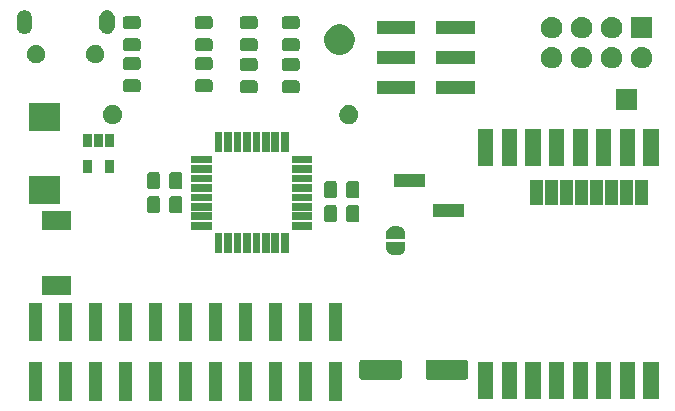
<source format=gts>
G04 #@! TF.GenerationSoftware,KiCad,Pcbnew,5.1.6-c6e7f7d~87~ubuntu18.04.1*
G04 #@! TF.CreationDate,2020-07-15T21:40:22+02:00*
G04 #@! TF.ProjectId,Mini-BT-Pcb-328P,4d696e69-2d42-4542-9d50-63622d333238,2.0*
G04 #@! TF.SameCoordinates,Original*
G04 #@! TF.FileFunction,Soldermask,Top*
G04 #@! TF.FilePolarity,Negative*
%FSLAX46Y46*%
G04 Gerber Fmt 4.6, Leading zero omitted, Abs format (unit mm)*
G04 Created by KiCad (PCBNEW 5.1.6-c6e7f7d~87~ubuntu18.04.1) date 2020-07-15 21:40:22*
%MOMM*%
%LPD*%
G01*
G04 APERTURE LIST*
%ADD10C,0.100000*%
G04 APERTURE END LIST*
D10*
G36*
X159807000Y-106765000D02*
G01*
X158709000Y-106765000D01*
X158709000Y-103517000D01*
X159807000Y-103517000D01*
X159807000Y-106765000D01*
G37*
G36*
X157267000Y-106765000D02*
G01*
X156169000Y-106765000D01*
X156169000Y-103517000D01*
X157267000Y-103517000D01*
X157267000Y-106765000D01*
G37*
G36*
X154727000Y-106765000D02*
G01*
X153629000Y-106765000D01*
X153629000Y-103517000D01*
X154727000Y-103517000D01*
X154727000Y-106765000D01*
G37*
G36*
X152187000Y-106765000D02*
G01*
X151089000Y-106765000D01*
X151089000Y-103517000D01*
X152187000Y-103517000D01*
X152187000Y-106765000D01*
G37*
G36*
X149647000Y-106765000D02*
G01*
X148549000Y-106765000D01*
X148549000Y-103517000D01*
X149647000Y-103517000D01*
X149647000Y-106765000D01*
G37*
G36*
X147107000Y-106765000D02*
G01*
X146009000Y-106765000D01*
X146009000Y-103517000D01*
X147107000Y-103517000D01*
X147107000Y-106765000D01*
G37*
G36*
X142027000Y-106765000D02*
G01*
X140929000Y-106765000D01*
X140929000Y-103517000D01*
X142027000Y-103517000D01*
X142027000Y-106765000D01*
G37*
G36*
X144567000Y-106765000D02*
G01*
X143469000Y-106765000D01*
X143469000Y-103517000D01*
X144567000Y-103517000D01*
X144567000Y-106765000D01*
G37*
G36*
X134407000Y-106765000D02*
G01*
X133309000Y-106765000D01*
X133309000Y-103517000D01*
X134407000Y-103517000D01*
X134407000Y-106765000D01*
G37*
G36*
X139487000Y-106765000D02*
G01*
X138389000Y-106765000D01*
X138389000Y-103517000D01*
X139487000Y-103517000D01*
X139487000Y-106765000D01*
G37*
G36*
X136947000Y-106765000D02*
G01*
X135849000Y-106765000D01*
X135849000Y-103517000D01*
X136947000Y-103517000D01*
X136947000Y-106765000D01*
G37*
G36*
X172607000Y-106593000D02*
G01*
X171309000Y-106593000D01*
X171309000Y-103495000D01*
X172607000Y-103495000D01*
X172607000Y-106593000D01*
G37*
G36*
X174607000Y-106593000D02*
G01*
X173309000Y-106593000D01*
X173309000Y-103495000D01*
X174607000Y-103495000D01*
X174607000Y-106593000D01*
G37*
G36*
X176607000Y-106593000D02*
G01*
X175309000Y-106593000D01*
X175309000Y-103495000D01*
X176607000Y-103495000D01*
X176607000Y-106593000D01*
G37*
G36*
X178607000Y-106593000D02*
G01*
X177309000Y-106593000D01*
X177309000Y-103495000D01*
X178607000Y-103495000D01*
X178607000Y-106593000D01*
G37*
G36*
X182607000Y-106593000D02*
G01*
X181309000Y-106593000D01*
X181309000Y-103495000D01*
X182607000Y-103495000D01*
X182607000Y-106593000D01*
G37*
G36*
X184607000Y-106593000D02*
G01*
X183309000Y-106593000D01*
X183309000Y-103495000D01*
X184607000Y-103495000D01*
X184607000Y-106593000D01*
G37*
G36*
X180607000Y-106593000D02*
G01*
X179309000Y-106593000D01*
X179309000Y-103495000D01*
X180607000Y-103495000D01*
X180607000Y-106593000D01*
G37*
G36*
X186607000Y-106593000D02*
G01*
X185309000Y-106593000D01*
X185309000Y-103495000D01*
X186607000Y-103495000D01*
X186607000Y-106593000D01*
G37*
G36*
X170275068Y-103295674D02*
G01*
X170318347Y-103308803D01*
X170358228Y-103330120D01*
X170393188Y-103358812D01*
X170421880Y-103393772D01*
X170443197Y-103433653D01*
X170456326Y-103476932D01*
X170461000Y-103524392D01*
X170461000Y-104755608D01*
X170456326Y-104803068D01*
X170443197Y-104846347D01*
X170421880Y-104886228D01*
X170393188Y-104921188D01*
X170358228Y-104949880D01*
X170318347Y-104971197D01*
X170275068Y-104984326D01*
X170227608Y-104989000D01*
X167096392Y-104989000D01*
X167048932Y-104984326D01*
X167005653Y-104971197D01*
X166965772Y-104949880D01*
X166930812Y-104921188D01*
X166902120Y-104886228D01*
X166880803Y-104846347D01*
X166867674Y-104803068D01*
X166863000Y-104755608D01*
X166863000Y-103524392D01*
X166867674Y-103476932D01*
X166880803Y-103433653D01*
X166902120Y-103393772D01*
X166930812Y-103358812D01*
X166965772Y-103330120D01*
X167005653Y-103308803D01*
X167048932Y-103295674D01*
X167096392Y-103291000D01*
X170227608Y-103291000D01*
X170275068Y-103295674D01*
G37*
G36*
X164675068Y-103295674D02*
G01*
X164718347Y-103308803D01*
X164758228Y-103330120D01*
X164793188Y-103358812D01*
X164821880Y-103393772D01*
X164843197Y-103433653D01*
X164856326Y-103476932D01*
X164861000Y-103524392D01*
X164861000Y-104755608D01*
X164856326Y-104803068D01*
X164843197Y-104846347D01*
X164821880Y-104886228D01*
X164793188Y-104921188D01*
X164758228Y-104949880D01*
X164718347Y-104971197D01*
X164675068Y-104984326D01*
X164627608Y-104989000D01*
X161496392Y-104989000D01*
X161448932Y-104984326D01*
X161405653Y-104971197D01*
X161365772Y-104949880D01*
X161330812Y-104921188D01*
X161302120Y-104886228D01*
X161280803Y-104846347D01*
X161267674Y-104803068D01*
X161263000Y-104755608D01*
X161263000Y-103524392D01*
X161267674Y-103476932D01*
X161280803Y-103433653D01*
X161302120Y-103393772D01*
X161330812Y-103358812D01*
X161365772Y-103330120D01*
X161405653Y-103308803D01*
X161448932Y-103295674D01*
X161496392Y-103291000D01*
X164627608Y-103291000D01*
X164675068Y-103295674D01*
G37*
G36*
X149647000Y-101715000D02*
G01*
X148549000Y-101715000D01*
X148549000Y-98467000D01*
X149647000Y-98467000D01*
X149647000Y-101715000D01*
G37*
G36*
X134407000Y-101715000D02*
G01*
X133309000Y-101715000D01*
X133309000Y-98467000D01*
X134407000Y-98467000D01*
X134407000Y-101715000D01*
G37*
G36*
X136947000Y-101715000D02*
G01*
X135849000Y-101715000D01*
X135849000Y-98467000D01*
X136947000Y-98467000D01*
X136947000Y-101715000D01*
G37*
G36*
X139487000Y-101715000D02*
G01*
X138389000Y-101715000D01*
X138389000Y-98467000D01*
X139487000Y-98467000D01*
X139487000Y-101715000D01*
G37*
G36*
X144567000Y-101715000D02*
G01*
X143469000Y-101715000D01*
X143469000Y-98467000D01*
X144567000Y-98467000D01*
X144567000Y-101715000D01*
G37*
G36*
X154727000Y-101715000D02*
G01*
X153629000Y-101715000D01*
X153629000Y-98467000D01*
X154727000Y-98467000D01*
X154727000Y-101715000D01*
G37*
G36*
X157267000Y-101715000D02*
G01*
X156169000Y-101715000D01*
X156169000Y-98467000D01*
X157267000Y-98467000D01*
X157267000Y-101715000D01*
G37*
G36*
X142027000Y-101715000D02*
G01*
X140929000Y-101715000D01*
X140929000Y-98467000D01*
X142027000Y-98467000D01*
X142027000Y-101715000D01*
G37*
G36*
X159807000Y-101715000D02*
G01*
X158709000Y-101715000D01*
X158709000Y-98467000D01*
X159807000Y-98467000D01*
X159807000Y-101715000D01*
G37*
G36*
X147107000Y-101715000D02*
G01*
X146009000Y-101715000D01*
X146009000Y-98467000D01*
X147107000Y-98467000D01*
X147107000Y-101715000D01*
G37*
G36*
X152187000Y-101715000D02*
G01*
X151089000Y-101715000D01*
X151089000Y-98467000D01*
X152187000Y-98467000D01*
X152187000Y-101715000D01*
G37*
G36*
X136885000Y-97783000D02*
G01*
X134387000Y-97783000D01*
X134387000Y-96185000D01*
X136885000Y-96185000D01*
X136885000Y-97783000D01*
G37*
G36*
X165097605Y-93319708D02*
G01*
X165106841Y-93322510D01*
X165115354Y-93327060D01*
X165122816Y-93333184D01*
X165128940Y-93340646D01*
X165133490Y-93349159D01*
X165136292Y-93358395D01*
X165137479Y-93370453D01*
X165137479Y-93865547D01*
X165135977Y-93880798D01*
X165135312Y-93884141D01*
X165135071Y-93889045D01*
X165135071Y-93914556D01*
X165133642Y-93929072D01*
X165115479Y-94020379D01*
X165114762Y-94022742D01*
X165114761Y-94022748D01*
X165111959Y-94031984D01*
X165111242Y-94034347D01*
X165075612Y-94120366D01*
X165068740Y-94133224D01*
X165017009Y-94210644D01*
X165015447Y-94212547D01*
X165015444Y-94212552D01*
X165009321Y-94220013D01*
X165007756Y-94221920D01*
X164941920Y-94287756D01*
X164940014Y-94289320D01*
X164940013Y-94289321D01*
X164932552Y-94295444D01*
X164932547Y-94295447D01*
X164930644Y-94297009D01*
X164853224Y-94348740D01*
X164840366Y-94355612D01*
X164754347Y-94391242D01*
X164751986Y-94391958D01*
X164751984Y-94391959D01*
X164742748Y-94394761D01*
X164742742Y-94394762D01*
X164740379Y-94395479D01*
X164649072Y-94413642D01*
X164634556Y-94415071D01*
X164609045Y-94415071D01*
X164599291Y-94416032D01*
X164598675Y-94416186D01*
X164585547Y-94417479D01*
X164090453Y-94417479D01*
X164075202Y-94415977D01*
X164071859Y-94415312D01*
X164066955Y-94415071D01*
X164041444Y-94415071D01*
X164026928Y-94413642D01*
X163935621Y-94395479D01*
X163933258Y-94394762D01*
X163933252Y-94394761D01*
X163924016Y-94391959D01*
X163924014Y-94391958D01*
X163921653Y-94391242D01*
X163835634Y-94355612D01*
X163822776Y-94348740D01*
X163745356Y-94297009D01*
X163743453Y-94295447D01*
X163743448Y-94295444D01*
X163735987Y-94289321D01*
X163735986Y-94289320D01*
X163734080Y-94287756D01*
X163668244Y-94221920D01*
X163666679Y-94220013D01*
X163660556Y-94212552D01*
X163660553Y-94212547D01*
X163658991Y-94210644D01*
X163607260Y-94133224D01*
X163600388Y-94120366D01*
X163564758Y-94034347D01*
X163564041Y-94031984D01*
X163561239Y-94022748D01*
X163561238Y-94022742D01*
X163560521Y-94020379D01*
X163542358Y-93929072D01*
X163540929Y-93914556D01*
X163540929Y-93889045D01*
X163539968Y-93879291D01*
X163539814Y-93878675D01*
X163538521Y-93865547D01*
X163538521Y-93370453D01*
X163539708Y-93358395D01*
X163542510Y-93349159D01*
X163547060Y-93340646D01*
X163553184Y-93333184D01*
X163560646Y-93327060D01*
X163569159Y-93322510D01*
X163578395Y-93319708D01*
X163590453Y-93318521D01*
X165085547Y-93318521D01*
X165097605Y-93319708D01*
G37*
G36*
X149670000Y-94253000D02*
G01*
X149022000Y-94253000D01*
X149022000Y-92555000D01*
X149670000Y-92555000D01*
X149670000Y-94253000D01*
G37*
G36*
X154470000Y-94253000D02*
G01*
X153822000Y-94253000D01*
X153822000Y-92555000D01*
X154470000Y-92555000D01*
X154470000Y-94253000D01*
G37*
G36*
X153670000Y-94253000D02*
G01*
X153022000Y-94253000D01*
X153022000Y-92555000D01*
X153670000Y-92555000D01*
X153670000Y-94253000D01*
G37*
G36*
X152070000Y-94253000D02*
G01*
X151422000Y-94253000D01*
X151422000Y-92555000D01*
X152070000Y-92555000D01*
X152070000Y-94253000D01*
G37*
G36*
X151270000Y-94253000D02*
G01*
X150622000Y-94253000D01*
X150622000Y-92555000D01*
X151270000Y-92555000D01*
X151270000Y-94253000D01*
G37*
G36*
X150470000Y-94253000D02*
G01*
X149822000Y-94253000D01*
X149822000Y-92555000D01*
X150470000Y-92555000D01*
X150470000Y-94253000D01*
G37*
G36*
X155270000Y-94253000D02*
G01*
X154622000Y-94253000D01*
X154622000Y-92555000D01*
X155270000Y-92555000D01*
X155270000Y-94253000D01*
G37*
G36*
X152870000Y-94253000D02*
G01*
X152222000Y-94253000D01*
X152222000Y-92555000D01*
X152870000Y-92555000D01*
X152870000Y-94253000D01*
G37*
G36*
X164600798Y-92020023D02*
G01*
X164604141Y-92020688D01*
X164609045Y-92020929D01*
X164634556Y-92020929D01*
X164649072Y-92022358D01*
X164740379Y-92040521D01*
X164742742Y-92041238D01*
X164742748Y-92041239D01*
X164751984Y-92044041D01*
X164751986Y-92044042D01*
X164754347Y-92044758D01*
X164840366Y-92080388D01*
X164853224Y-92087260D01*
X164930644Y-92138991D01*
X164932547Y-92140553D01*
X164932552Y-92140556D01*
X164940013Y-92146679D01*
X164941920Y-92148244D01*
X165007756Y-92214080D01*
X165009320Y-92215986D01*
X165009321Y-92215987D01*
X165015444Y-92223448D01*
X165015447Y-92223453D01*
X165017009Y-92225356D01*
X165068740Y-92302776D01*
X165075612Y-92315634D01*
X165111242Y-92401653D01*
X165111958Y-92404014D01*
X165111959Y-92404016D01*
X165114761Y-92413252D01*
X165114762Y-92413258D01*
X165115479Y-92415621D01*
X165133642Y-92506928D01*
X165135071Y-92521444D01*
X165135071Y-92546955D01*
X165136032Y-92556709D01*
X165136186Y-92557325D01*
X165137479Y-92570453D01*
X165137479Y-93065547D01*
X165136292Y-93077605D01*
X165133490Y-93086841D01*
X165128940Y-93095354D01*
X165122816Y-93102816D01*
X165115354Y-93108940D01*
X165106841Y-93113490D01*
X165097605Y-93116292D01*
X165085547Y-93117479D01*
X163590453Y-93117479D01*
X163578395Y-93116292D01*
X163569159Y-93113490D01*
X163560646Y-93108940D01*
X163553184Y-93102816D01*
X163547060Y-93095354D01*
X163542510Y-93086841D01*
X163539708Y-93077605D01*
X163538521Y-93065547D01*
X163538521Y-92570453D01*
X163540023Y-92555202D01*
X163540688Y-92551859D01*
X163540929Y-92546955D01*
X163540929Y-92521444D01*
X163542358Y-92506928D01*
X163560521Y-92415621D01*
X163561238Y-92413258D01*
X163561239Y-92413252D01*
X163564041Y-92404016D01*
X163564042Y-92404014D01*
X163564758Y-92401653D01*
X163600388Y-92315634D01*
X163607260Y-92302776D01*
X163658991Y-92225356D01*
X163660553Y-92223453D01*
X163660556Y-92223448D01*
X163666679Y-92215987D01*
X163666680Y-92215986D01*
X163668244Y-92214080D01*
X163734080Y-92148244D01*
X163735987Y-92146679D01*
X163743448Y-92140556D01*
X163743453Y-92140553D01*
X163745356Y-92138991D01*
X163822776Y-92087260D01*
X163835634Y-92080388D01*
X163921653Y-92044758D01*
X163924014Y-92044042D01*
X163924016Y-92044041D01*
X163933252Y-92041239D01*
X163933258Y-92041238D01*
X163935621Y-92040521D01*
X164026928Y-92022358D01*
X164041444Y-92020929D01*
X164066955Y-92020929D01*
X164076709Y-92019968D01*
X164077325Y-92019814D01*
X164090453Y-92018521D01*
X164585547Y-92018521D01*
X164600798Y-92020023D01*
G37*
G36*
X136885000Y-92283000D02*
G01*
X134387000Y-92283000D01*
X134387000Y-90685000D01*
X136885000Y-90685000D01*
X136885000Y-92283000D01*
G37*
G36*
X157245000Y-92278000D02*
G01*
X155547000Y-92278000D01*
X155547000Y-91630000D01*
X157245000Y-91630000D01*
X157245000Y-92278000D01*
G37*
G36*
X148745000Y-92278000D02*
G01*
X147047000Y-92278000D01*
X147047000Y-91630000D01*
X148745000Y-91630000D01*
X148745000Y-92278000D01*
G37*
G36*
X161044159Y-90187911D02*
G01*
X161089744Y-90201739D01*
X161131761Y-90224198D01*
X161168583Y-90254417D01*
X161198802Y-90291239D01*
X161221261Y-90333256D01*
X161235089Y-90378841D01*
X161240000Y-90428704D01*
X161240000Y-91435296D01*
X161235089Y-91485159D01*
X161221261Y-91530744D01*
X161198802Y-91572761D01*
X161168583Y-91609583D01*
X161131761Y-91639802D01*
X161089744Y-91662261D01*
X161044159Y-91676089D01*
X160994296Y-91681000D01*
X160412704Y-91681000D01*
X160362841Y-91676089D01*
X160317256Y-91662261D01*
X160275239Y-91639802D01*
X160238417Y-91609583D01*
X160208198Y-91572761D01*
X160185739Y-91530744D01*
X160171911Y-91485159D01*
X160167000Y-91435296D01*
X160167000Y-90428704D01*
X160171911Y-90378841D01*
X160185739Y-90333256D01*
X160208198Y-90291239D01*
X160238417Y-90254417D01*
X160275239Y-90224198D01*
X160317256Y-90201739D01*
X160362841Y-90187911D01*
X160412704Y-90183000D01*
X160994296Y-90183000D01*
X161044159Y-90187911D01*
G37*
G36*
X159169159Y-90187911D02*
G01*
X159214744Y-90201739D01*
X159256761Y-90224198D01*
X159293583Y-90254417D01*
X159323802Y-90291239D01*
X159346261Y-90333256D01*
X159360089Y-90378841D01*
X159365000Y-90428704D01*
X159365000Y-91435296D01*
X159360089Y-91485159D01*
X159346261Y-91530744D01*
X159323802Y-91572761D01*
X159293583Y-91609583D01*
X159256761Y-91639802D01*
X159214744Y-91662261D01*
X159169159Y-91676089D01*
X159119296Y-91681000D01*
X158537704Y-91681000D01*
X158487841Y-91676089D01*
X158442256Y-91662261D01*
X158400239Y-91639802D01*
X158363417Y-91609583D01*
X158333198Y-91572761D01*
X158310739Y-91530744D01*
X158296911Y-91485159D01*
X158292000Y-91435296D01*
X158292000Y-90428704D01*
X158296911Y-90378841D01*
X158310739Y-90333256D01*
X158333198Y-90291239D01*
X158363417Y-90254417D01*
X158400239Y-90224198D01*
X158442256Y-90201739D01*
X158487841Y-90187911D01*
X158537704Y-90183000D01*
X159119296Y-90183000D01*
X159169159Y-90187911D01*
G37*
G36*
X157245000Y-91478000D02*
G01*
X155547000Y-91478000D01*
X155547000Y-90830000D01*
X157245000Y-90830000D01*
X157245000Y-91478000D01*
G37*
G36*
X148745000Y-91478000D02*
G01*
X147047000Y-91478000D01*
X147047000Y-90830000D01*
X148745000Y-90830000D01*
X148745000Y-91478000D01*
G37*
G36*
X170091000Y-91227000D02*
G01*
X167483000Y-91227000D01*
X167483000Y-90129000D01*
X170091000Y-90129000D01*
X170091000Y-91227000D01*
G37*
G36*
X146058159Y-89425911D02*
G01*
X146103744Y-89439739D01*
X146145761Y-89462198D01*
X146182583Y-89492417D01*
X146212802Y-89529239D01*
X146235261Y-89571256D01*
X146249089Y-89616841D01*
X146254000Y-89666704D01*
X146254000Y-90673296D01*
X146249089Y-90723159D01*
X146235261Y-90768744D01*
X146212802Y-90810761D01*
X146182583Y-90847583D01*
X146145761Y-90877802D01*
X146103744Y-90900261D01*
X146058159Y-90914089D01*
X146008296Y-90919000D01*
X145426704Y-90919000D01*
X145376841Y-90914089D01*
X145331256Y-90900261D01*
X145289239Y-90877802D01*
X145252417Y-90847583D01*
X145222198Y-90810761D01*
X145199739Y-90768744D01*
X145185911Y-90723159D01*
X145181000Y-90673296D01*
X145181000Y-89666704D01*
X145185911Y-89616841D01*
X145199739Y-89571256D01*
X145222198Y-89529239D01*
X145252417Y-89492417D01*
X145289239Y-89462198D01*
X145331256Y-89439739D01*
X145376841Y-89425911D01*
X145426704Y-89421000D01*
X146008296Y-89421000D01*
X146058159Y-89425911D01*
G37*
G36*
X144183159Y-89425911D02*
G01*
X144228744Y-89439739D01*
X144270761Y-89462198D01*
X144307583Y-89492417D01*
X144337802Y-89529239D01*
X144360261Y-89571256D01*
X144374089Y-89616841D01*
X144379000Y-89666704D01*
X144379000Y-90673296D01*
X144374089Y-90723159D01*
X144360261Y-90768744D01*
X144337802Y-90810761D01*
X144307583Y-90847583D01*
X144270761Y-90877802D01*
X144228744Y-90900261D01*
X144183159Y-90914089D01*
X144133296Y-90919000D01*
X143551704Y-90919000D01*
X143501841Y-90914089D01*
X143456256Y-90900261D01*
X143414239Y-90877802D01*
X143377417Y-90847583D01*
X143347198Y-90810761D01*
X143324739Y-90768744D01*
X143310911Y-90723159D01*
X143306000Y-90673296D01*
X143306000Y-89666704D01*
X143310911Y-89616841D01*
X143324739Y-89571256D01*
X143347198Y-89529239D01*
X143377417Y-89492417D01*
X143414239Y-89462198D01*
X143456256Y-89439739D01*
X143501841Y-89425911D01*
X143551704Y-89421000D01*
X144133296Y-89421000D01*
X144183159Y-89425911D01*
G37*
G36*
X148745000Y-90678000D02*
G01*
X147047000Y-90678000D01*
X147047000Y-90030000D01*
X148745000Y-90030000D01*
X148745000Y-90678000D01*
G37*
G36*
X157245000Y-90678000D02*
G01*
X155547000Y-90678000D01*
X155547000Y-90030000D01*
X157245000Y-90030000D01*
X157245000Y-90678000D01*
G37*
G36*
X180635000Y-90203000D02*
G01*
X179537000Y-90203000D01*
X179537000Y-88105000D01*
X180635000Y-88105000D01*
X180635000Y-90203000D01*
G37*
G36*
X179365000Y-90203000D02*
G01*
X178267000Y-90203000D01*
X178267000Y-88105000D01*
X179365000Y-88105000D01*
X179365000Y-90203000D01*
G37*
G36*
X176825000Y-90203000D02*
G01*
X175727000Y-90203000D01*
X175727000Y-88105000D01*
X176825000Y-88105000D01*
X176825000Y-90203000D01*
G37*
G36*
X181905000Y-90203000D02*
G01*
X180807000Y-90203000D01*
X180807000Y-88105000D01*
X181905000Y-88105000D01*
X181905000Y-90203000D01*
G37*
G36*
X183175000Y-90203000D02*
G01*
X182077000Y-90203000D01*
X182077000Y-88105000D01*
X183175000Y-88105000D01*
X183175000Y-90203000D01*
G37*
G36*
X184445000Y-90203000D02*
G01*
X183347000Y-90203000D01*
X183347000Y-88105000D01*
X184445000Y-88105000D01*
X184445000Y-90203000D01*
G37*
G36*
X185715000Y-90203000D02*
G01*
X184617000Y-90203000D01*
X184617000Y-88105000D01*
X185715000Y-88105000D01*
X185715000Y-90203000D01*
G37*
G36*
X178095000Y-90203000D02*
G01*
X176997000Y-90203000D01*
X176997000Y-88105000D01*
X178095000Y-88105000D01*
X178095000Y-90203000D01*
G37*
G36*
X135929000Y-90156000D02*
G01*
X133311000Y-90156000D01*
X133311000Y-87748000D01*
X135929000Y-87748000D01*
X135929000Y-90156000D01*
G37*
G36*
X157245000Y-89878000D02*
G01*
X155547000Y-89878000D01*
X155547000Y-89230000D01*
X157245000Y-89230000D01*
X157245000Y-89878000D01*
G37*
G36*
X148745000Y-89878000D02*
G01*
X147047000Y-89878000D01*
X147047000Y-89230000D01*
X148745000Y-89230000D01*
X148745000Y-89878000D01*
G37*
G36*
X161044159Y-88155911D02*
G01*
X161089744Y-88169739D01*
X161131761Y-88192198D01*
X161168583Y-88222417D01*
X161198802Y-88259239D01*
X161221261Y-88301256D01*
X161235089Y-88346841D01*
X161240000Y-88396704D01*
X161240000Y-89403296D01*
X161235089Y-89453159D01*
X161221261Y-89498744D01*
X161198802Y-89540761D01*
X161168583Y-89577583D01*
X161131761Y-89607802D01*
X161089744Y-89630261D01*
X161044159Y-89644089D01*
X160994296Y-89649000D01*
X160412704Y-89649000D01*
X160362841Y-89644089D01*
X160317256Y-89630261D01*
X160275239Y-89607802D01*
X160238417Y-89577583D01*
X160208198Y-89540761D01*
X160185739Y-89498744D01*
X160171911Y-89453159D01*
X160167000Y-89403296D01*
X160167000Y-88396704D01*
X160171911Y-88346841D01*
X160185739Y-88301256D01*
X160208198Y-88259239D01*
X160238417Y-88222417D01*
X160275239Y-88192198D01*
X160317256Y-88169739D01*
X160362841Y-88155911D01*
X160412704Y-88151000D01*
X160994296Y-88151000D01*
X161044159Y-88155911D01*
G37*
G36*
X159169159Y-88155911D02*
G01*
X159214744Y-88169739D01*
X159256761Y-88192198D01*
X159293583Y-88222417D01*
X159323802Y-88259239D01*
X159346261Y-88301256D01*
X159360089Y-88346841D01*
X159365000Y-88396704D01*
X159365000Y-89403296D01*
X159360089Y-89453159D01*
X159346261Y-89498744D01*
X159323802Y-89540761D01*
X159293583Y-89577583D01*
X159256761Y-89607802D01*
X159214744Y-89630261D01*
X159169159Y-89644089D01*
X159119296Y-89649000D01*
X158537704Y-89649000D01*
X158487841Y-89644089D01*
X158442256Y-89630261D01*
X158400239Y-89607802D01*
X158363417Y-89577583D01*
X158333198Y-89540761D01*
X158310739Y-89498744D01*
X158296911Y-89453159D01*
X158292000Y-89403296D01*
X158292000Y-88396704D01*
X158296911Y-88346841D01*
X158310739Y-88301256D01*
X158333198Y-88259239D01*
X158363417Y-88222417D01*
X158400239Y-88192198D01*
X158442256Y-88169739D01*
X158487841Y-88155911D01*
X158537704Y-88151000D01*
X159119296Y-88151000D01*
X159169159Y-88155911D01*
G37*
G36*
X157245000Y-89078000D02*
G01*
X155547000Y-89078000D01*
X155547000Y-88430000D01*
X157245000Y-88430000D01*
X157245000Y-89078000D01*
G37*
G36*
X148745000Y-89078000D02*
G01*
X147047000Y-89078000D01*
X147047000Y-88430000D01*
X148745000Y-88430000D01*
X148745000Y-89078000D01*
G37*
G36*
X144183159Y-87393911D02*
G01*
X144228744Y-87407739D01*
X144270761Y-87430198D01*
X144307583Y-87460417D01*
X144337802Y-87497239D01*
X144360261Y-87539256D01*
X144374089Y-87584841D01*
X144379000Y-87634704D01*
X144379000Y-88641296D01*
X144374089Y-88691159D01*
X144360261Y-88736744D01*
X144337802Y-88778761D01*
X144307583Y-88815583D01*
X144270761Y-88845802D01*
X144228744Y-88868261D01*
X144183159Y-88882089D01*
X144133296Y-88887000D01*
X143551704Y-88887000D01*
X143501841Y-88882089D01*
X143456256Y-88868261D01*
X143414239Y-88845802D01*
X143377417Y-88815583D01*
X143347198Y-88778761D01*
X143324739Y-88736744D01*
X143310911Y-88691159D01*
X143306000Y-88641296D01*
X143306000Y-87634704D01*
X143310911Y-87584841D01*
X143324739Y-87539256D01*
X143347198Y-87497239D01*
X143377417Y-87460417D01*
X143414239Y-87430198D01*
X143456256Y-87407739D01*
X143501841Y-87393911D01*
X143551704Y-87389000D01*
X144133296Y-87389000D01*
X144183159Y-87393911D01*
G37*
G36*
X146058159Y-87393911D02*
G01*
X146103744Y-87407739D01*
X146145761Y-87430198D01*
X146182583Y-87460417D01*
X146212802Y-87497239D01*
X146235261Y-87539256D01*
X146249089Y-87584841D01*
X146254000Y-87634704D01*
X146254000Y-88641296D01*
X146249089Y-88691159D01*
X146235261Y-88736744D01*
X146212802Y-88778761D01*
X146182583Y-88815583D01*
X146145761Y-88845802D01*
X146103744Y-88868261D01*
X146058159Y-88882089D01*
X146008296Y-88887000D01*
X145426704Y-88887000D01*
X145376841Y-88882089D01*
X145331256Y-88868261D01*
X145289239Y-88845802D01*
X145252417Y-88815583D01*
X145222198Y-88778761D01*
X145199739Y-88736744D01*
X145185911Y-88691159D01*
X145181000Y-88641296D01*
X145181000Y-87634704D01*
X145185911Y-87584841D01*
X145199739Y-87539256D01*
X145222198Y-87497239D01*
X145252417Y-87460417D01*
X145289239Y-87430198D01*
X145331256Y-87407739D01*
X145376841Y-87393911D01*
X145426704Y-87389000D01*
X146008296Y-87389000D01*
X146058159Y-87393911D01*
G37*
G36*
X166781000Y-88687000D02*
G01*
X164173000Y-88687000D01*
X164173000Y-87589000D01*
X166781000Y-87589000D01*
X166781000Y-88687000D01*
G37*
G36*
X148745000Y-88278000D02*
G01*
X147047000Y-88278000D01*
X147047000Y-87630000D01*
X148745000Y-87630000D01*
X148745000Y-88278000D01*
G37*
G36*
X157245000Y-88278000D02*
G01*
X155547000Y-88278000D01*
X155547000Y-87630000D01*
X157245000Y-87630000D01*
X157245000Y-88278000D01*
G37*
G36*
X140516000Y-87531000D02*
G01*
X139768000Y-87531000D01*
X139768000Y-86373000D01*
X140516000Y-86373000D01*
X140516000Y-87531000D01*
G37*
G36*
X138616000Y-87531000D02*
G01*
X137868000Y-87531000D01*
X137868000Y-86373000D01*
X138616000Y-86373000D01*
X138616000Y-87531000D01*
G37*
G36*
X157245000Y-87478000D02*
G01*
X155547000Y-87478000D01*
X155547000Y-86830000D01*
X157245000Y-86830000D01*
X157245000Y-87478000D01*
G37*
G36*
X148745000Y-87478000D02*
G01*
X147047000Y-87478000D01*
X147047000Y-86830000D01*
X148745000Y-86830000D01*
X148745000Y-87478000D01*
G37*
G36*
X178607000Y-86893000D02*
G01*
X177309000Y-86893000D01*
X177309000Y-83795000D01*
X178607000Y-83795000D01*
X178607000Y-86893000D01*
G37*
G36*
X172607000Y-86893000D02*
G01*
X171309000Y-86893000D01*
X171309000Y-83795000D01*
X172607000Y-83795000D01*
X172607000Y-86893000D01*
G37*
G36*
X184607000Y-86893000D02*
G01*
X183309000Y-86893000D01*
X183309000Y-83795000D01*
X184607000Y-83795000D01*
X184607000Y-86893000D01*
G37*
G36*
X186607000Y-86893000D02*
G01*
X185309000Y-86893000D01*
X185309000Y-83795000D01*
X186607000Y-83795000D01*
X186607000Y-86893000D01*
G37*
G36*
X182607000Y-86893000D02*
G01*
X181309000Y-86893000D01*
X181309000Y-83795000D01*
X182607000Y-83795000D01*
X182607000Y-86893000D01*
G37*
G36*
X180607000Y-86893000D02*
G01*
X179309000Y-86893000D01*
X179309000Y-83795000D01*
X180607000Y-83795000D01*
X180607000Y-86893000D01*
G37*
G36*
X174607000Y-86893000D02*
G01*
X173309000Y-86893000D01*
X173309000Y-83795000D01*
X174607000Y-83795000D01*
X174607000Y-86893000D01*
G37*
G36*
X176607000Y-86893000D02*
G01*
X175309000Y-86893000D01*
X175309000Y-83795000D01*
X176607000Y-83795000D01*
X176607000Y-86893000D01*
G37*
G36*
X157245000Y-86678000D02*
G01*
X155547000Y-86678000D01*
X155547000Y-86030000D01*
X157245000Y-86030000D01*
X157245000Y-86678000D01*
G37*
G36*
X148745000Y-86678000D02*
G01*
X147047000Y-86678000D01*
X147047000Y-86030000D01*
X148745000Y-86030000D01*
X148745000Y-86678000D01*
G37*
G36*
X155270000Y-85753000D02*
G01*
X154622000Y-85753000D01*
X154622000Y-84055000D01*
X155270000Y-84055000D01*
X155270000Y-85753000D01*
G37*
G36*
X149670000Y-85753000D02*
G01*
X149022000Y-85753000D01*
X149022000Y-84055000D01*
X149670000Y-84055000D01*
X149670000Y-85753000D01*
G37*
G36*
X150470000Y-85753000D02*
G01*
X149822000Y-85753000D01*
X149822000Y-84055000D01*
X150470000Y-84055000D01*
X150470000Y-85753000D01*
G37*
G36*
X151270000Y-85753000D02*
G01*
X150622000Y-85753000D01*
X150622000Y-84055000D01*
X151270000Y-84055000D01*
X151270000Y-85753000D01*
G37*
G36*
X152070000Y-85753000D02*
G01*
X151422000Y-85753000D01*
X151422000Y-84055000D01*
X152070000Y-84055000D01*
X152070000Y-85753000D01*
G37*
G36*
X152870000Y-85753000D02*
G01*
X152222000Y-85753000D01*
X152222000Y-84055000D01*
X152870000Y-84055000D01*
X152870000Y-85753000D01*
G37*
G36*
X153670000Y-85753000D02*
G01*
X153022000Y-85753000D01*
X153022000Y-84055000D01*
X153670000Y-84055000D01*
X153670000Y-85753000D01*
G37*
G36*
X154470000Y-85753000D02*
G01*
X153822000Y-85753000D01*
X153822000Y-84055000D01*
X154470000Y-84055000D01*
X154470000Y-85753000D01*
G37*
G36*
X138616000Y-85331000D02*
G01*
X137868000Y-85331000D01*
X137868000Y-84173000D01*
X138616000Y-84173000D01*
X138616000Y-85331000D01*
G37*
G36*
X139566000Y-85331000D02*
G01*
X138818000Y-85331000D01*
X138818000Y-84173000D01*
X139566000Y-84173000D01*
X139566000Y-85331000D01*
G37*
G36*
X140516000Y-85331000D02*
G01*
X139768000Y-85331000D01*
X139768000Y-84173000D01*
X140516000Y-84173000D01*
X140516000Y-85331000D01*
G37*
G36*
X135929000Y-83956000D02*
G01*
X133311000Y-83956000D01*
X133311000Y-81548000D01*
X135929000Y-81548000D01*
X135929000Y-83956000D01*
G37*
G36*
X160500105Y-81749389D02*
G01*
X160604560Y-81770166D01*
X160752153Y-81831301D01*
X160884982Y-81920055D01*
X160997945Y-82033018D01*
X161086699Y-82165847D01*
X161147834Y-82313440D01*
X161179000Y-82470123D01*
X161179000Y-82629877D01*
X161147834Y-82786560D01*
X161086699Y-82934153D01*
X160997945Y-83066982D01*
X160884982Y-83179945D01*
X160752153Y-83268699D01*
X160604560Y-83329834D01*
X160500105Y-83350611D01*
X160447878Y-83361000D01*
X160288122Y-83361000D01*
X160235895Y-83350611D01*
X160131440Y-83329834D01*
X159983847Y-83268699D01*
X159851018Y-83179945D01*
X159738055Y-83066982D01*
X159649301Y-82934153D01*
X159588166Y-82786560D01*
X159557000Y-82629877D01*
X159557000Y-82470123D01*
X159588166Y-82313440D01*
X159649301Y-82165847D01*
X159738055Y-82033018D01*
X159851018Y-81920055D01*
X159983847Y-81831301D01*
X160131440Y-81770166D01*
X160235895Y-81749389D01*
X160288122Y-81739000D01*
X160447878Y-81739000D01*
X160500105Y-81749389D01*
G37*
G36*
X140500105Y-81749389D02*
G01*
X140604560Y-81770166D01*
X140752153Y-81831301D01*
X140884982Y-81920055D01*
X140997945Y-82033018D01*
X141086699Y-82165847D01*
X141147834Y-82313440D01*
X141179000Y-82470123D01*
X141179000Y-82629877D01*
X141147834Y-82786560D01*
X141086699Y-82934153D01*
X140997945Y-83066982D01*
X140884982Y-83179945D01*
X140752153Y-83268699D01*
X140604560Y-83329834D01*
X140500105Y-83350611D01*
X140447878Y-83361000D01*
X140288122Y-83361000D01*
X140235895Y-83350611D01*
X140131440Y-83329834D01*
X139983847Y-83268699D01*
X139851018Y-83179945D01*
X139738055Y-83066982D01*
X139649301Y-82934153D01*
X139588166Y-82786560D01*
X139557000Y-82629877D01*
X139557000Y-82470123D01*
X139588166Y-82313440D01*
X139649301Y-82165847D01*
X139738055Y-82033018D01*
X139851018Y-81920055D01*
X139983847Y-81831301D01*
X140131440Y-81770166D01*
X140235895Y-81749389D01*
X140288122Y-81739000D01*
X140447878Y-81739000D01*
X140500105Y-81749389D01*
G37*
G36*
X184795000Y-82179000D02*
G01*
X182997000Y-82179000D01*
X182997000Y-80381000D01*
X184795000Y-80381000D01*
X184795000Y-82179000D01*
G37*
G36*
X165977000Y-80813000D02*
G01*
X162729000Y-80813000D01*
X162729000Y-79715000D01*
X165977000Y-79715000D01*
X165977000Y-80813000D01*
G37*
G36*
X171027000Y-80813000D02*
G01*
X167779000Y-80813000D01*
X167779000Y-79715000D01*
X171027000Y-79715000D01*
X171027000Y-80813000D01*
G37*
G36*
X152445159Y-79653911D02*
G01*
X152490744Y-79667739D01*
X152532761Y-79690198D01*
X152569583Y-79720417D01*
X152599802Y-79757239D01*
X152622261Y-79799256D01*
X152636089Y-79844841D01*
X152641000Y-79894704D01*
X152641000Y-80476296D01*
X152636089Y-80526159D01*
X152622261Y-80571744D01*
X152599802Y-80613761D01*
X152569583Y-80650583D01*
X152532761Y-80680802D01*
X152490744Y-80703261D01*
X152445159Y-80717089D01*
X152395296Y-80722000D01*
X151388704Y-80722000D01*
X151338841Y-80717089D01*
X151293256Y-80703261D01*
X151251239Y-80680802D01*
X151214417Y-80650583D01*
X151184198Y-80613761D01*
X151161739Y-80571744D01*
X151147911Y-80526159D01*
X151143000Y-80476296D01*
X151143000Y-79894704D01*
X151147911Y-79844841D01*
X151161739Y-79799256D01*
X151184198Y-79757239D01*
X151214417Y-79720417D01*
X151251239Y-79690198D01*
X151293256Y-79667739D01*
X151338841Y-79653911D01*
X151388704Y-79649000D01*
X152395296Y-79649000D01*
X152445159Y-79653911D01*
G37*
G36*
X156001159Y-79653911D02*
G01*
X156046744Y-79667739D01*
X156088761Y-79690198D01*
X156125583Y-79720417D01*
X156155802Y-79757239D01*
X156178261Y-79799256D01*
X156192089Y-79844841D01*
X156197000Y-79894704D01*
X156197000Y-80476296D01*
X156192089Y-80526159D01*
X156178261Y-80571744D01*
X156155802Y-80613761D01*
X156125583Y-80650583D01*
X156088761Y-80680802D01*
X156046744Y-80703261D01*
X156001159Y-80717089D01*
X155951296Y-80722000D01*
X154944704Y-80722000D01*
X154894841Y-80717089D01*
X154849256Y-80703261D01*
X154807239Y-80680802D01*
X154770417Y-80650583D01*
X154740198Y-80613761D01*
X154717739Y-80571744D01*
X154703911Y-80526159D01*
X154699000Y-80476296D01*
X154699000Y-79894704D01*
X154703911Y-79844841D01*
X154717739Y-79799256D01*
X154740198Y-79757239D01*
X154770417Y-79720417D01*
X154807239Y-79690198D01*
X154849256Y-79667739D01*
X154894841Y-79653911D01*
X154944704Y-79649000D01*
X155951296Y-79649000D01*
X156001159Y-79653911D01*
G37*
G36*
X142539159Y-79575411D02*
G01*
X142584744Y-79589239D01*
X142626761Y-79611698D01*
X142663583Y-79641917D01*
X142693802Y-79678739D01*
X142716261Y-79720756D01*
X142730089Y-79766341D01*
X142735000Y-79816204D01*
X142735000Y-80397796D01*
X142730089Y-80447659D01*
X142716261Y-80493244D01*
X142693802Y-80535261D01*
X142663583Y-80572083D01*
X142626761Y-80602302D01*
X142584744Y-80624761D01*
X142539159Y-80638589D01*
X142489296Y-80643500D01*
X141482704Y-80643500D01*
X141432841Y-80638589D01*
X141387256Y-80624761D01*
X141345239Y-80602302D01*
X141308417Y-80572083D01*
X141278198Y-80535261D01*
X141255739Y-80493244D01*
X141241911Y-80447659D01*
X141237000Y-80397796D01*
X141237000Y-79816204D01*
X141241911Y-79766341D01*
X141255739Y-79720756D01*
X141278198Y-79678739D01*
X141308417Y-79641917D01*
X141345239Y-79611698D01*
X141387256Y-79589239D01*
X141432841Y-79575411D01*
X141482704Y-79570500D01*
X142489296Y-79570500D01*
X142539159Y-79575411D01*
G37*
G36*
X148635159Y-79575411D02*
G01*
X148680744Y-79589239D01*
X148722761Y-79611698D01*
X148759583Y-79641917D01*
X148789802Y-79678739D01*
X148812261Y-79720756D01*
X148826089Y-79766341D01*
X148831000Y-79816204D01*
X148831000Y-80397796D01*
X148826089Y-80447659D01*
X148812261Y-80493244D01*
X148789802Y-80535261D01*
X148759583Y-80572083D01*
X148722761Y-80602302D01*
X148680744Y-80624761D01*
X148635159Y-80638589D01*
X148585296Y-80643500D01*
X147578704Y-80643500D01*
X147528841Y-80638589D01*
X147483256Y-80624761D01*
X147441239Y-80602302D01*
X147404417Y-80572083D01*
X147374198Y-80535261D01*
X147351739Y-80493244D01*
X147337911Y-80447659D01*
X147333000Y-80397796D01*
X147333000Y-79816204D01*
X147337911Y-79766341D01*
X147351739Y-79720756D01*
X147374198Y-79678739D01*
X147404417Y-79641917D01*
X147441239Y-79611698D01*
X147483256Y-79589239D01*
X147528841Y-79575411D01*
X147578704Y-79570500D01*
X148585296Y-79570500D01*
X148635159Y-79575411D01*
G37*
G36*
X156001159Y-77778911D02*
G01*
X156046744Y-77792739D01*
X156088761Y-77815198D01*
X156125583Y-77845417D01*
X156155802Y-77882239D01*
X156178261Y-77924256D01*
X156192089Y-77969841D01*
X156197000Y-78019704D01*
X156197000Y-78601296D01*
X156192089Y-78651159D01*
X156178261Y-78696744D01*
X156155802Y-78738761D01*
X156125583Y-78775583D01*
X156088761Y-78805802D01*
X156046744Y-78828261D01*
X156001159Y-78842089D01*
X155951296Y-78847000D01*
X154944704Y-78847000D01*
X154894841Y-78842089D01*
X154849256Y-78828261D01*
X154807239Y-78805802D01*
X154770417Y-78775583D01*
X154740198Y-78738761D01*
X154717739Y-78696744D01*
X154703911Y-78651159D01*
X154699000Y-78601296D01*
X154699000Y-78019704D01*
X154703911Y-77969841D01*
X154717739Y-77924256D01*
X154740198Y-77882239D01*
X154770417Y-77845417D01*
X154807239Y-77815198D01*
X154849256Y-77792739D01*
X154894841Y-77778911D01*
X154944704Y-77774000D01*
X155951296Y-77774000D01*
X156001159Y-77778911D01*
G37*
G36*
X152445159Y-77778911D02*
G01*
X152490744Y-77792739D01*
X152532761Y-77815198D01*
X152569583Y-77845417D01*
X152599802Y-77882239D01*
X152622261Y-77924256D01*
X152636089Y-77969841D01*
X152641000Y-78019704D01*
X152641000Y-78601296D01*
X152636089Y-78651159D01*
X152622261Y-78696744D01*
X152599802Y-78738761D01*
X152569583Y-78775583D01*
X152532761Y-78805802D01*
X152490744Y-78828261D01*
X152445159Y-78842089D01*
X152395296Y-78847000D01*
X151388704Y-78847000D01*
X151338841Y-78842089D01*
X151293256Y-78828261D01*
X151251239Y-78805802D01*
X151214417Y-78775583D01*
X151184198Y-78738761D01*
X151161739Y-78696744D01*
X151147911Y-78651159D01*
X151143000Y-78601296D01*
X151143000Y-78019704D01*
X151147911Y-77969841D01*
X151161739Y-77924256D01*
X151184198Y-77882239D01*
X151214417Y-77845417D01*
X151251239Y-77815198D01*
X151293256Y-77792739D01*
X151338841Y-77778911D01*
X151388704Y-77774000D01*
X152395296Y-77774000D01*
X152445159Y-77778911D01*
G37*
G36*
X148635159Y-77700411D02*
G01*
X148680744Y-77714239D01*
X148722761Y-77736698D01*
X148759583Y-77766917D01*
X148789802Y-77803739D01*
X148812261Y-77845756D01*
X148826089Y-77891341D01*
X148831000Y-77941204D01*
X148831000Y-78522796D01*
X148826089Y-78572659D01*
X148812261Y-78618244D01*
X148789802Y-78660261D01*
X148759583Y-78697083D01*
X148722761Y-78727302D01*
X148680744Y-78749761D01*
X148635159Y-78763589D01*
X148585296Y-78768500D01*
X147578704Y-78768500D01*
X147528841Y-78763589D01*
X147483256Y-78749761D01*
X147441239Y-78727302D01*
X147404417Y-78697083D01*
X147374198Y-78660261D01*
X147351739Y-78618244D01*
X147337911Y-78572659D01*
X147333000Y-78522796D01*
X147333000Y-77941204D01*
X147337911Y-77891341D01*
X147351739Y-77845756D01*
X147374198Y-77803739D01*
X147404417Y-77766917D01*
X147441239Y-77736698D01*
X147483256Y-77714239D01*
X147528841Y-77700411D01*
X147578704Y-77695500D01*
X148585296Y-77695500D01*
X148635159Y-77700411D01*
G37*
G36*
X142539159Y-77700411D02*
G01*
X142584744Y-77714239D01*
X142626761Y-77736698D01*
X142663583Y-77766917D01*
X142693802Y-77803739D01*
X142716261Y-77845756D01*
X142730089Y-77891341D01*
X142735000Y-77941204D01*
X142735000Y-78522796D01*
X142730089Y-78572659D01*
X142716261Y-78618244D01*
X142693802Y-78660261D01*
X142663583Y-78697083D01*
X142626761Y-78727302D01*
X142584744Y-78749761D01*
X142539159Y-78763589D01*
X142489296Y-78768500D01*
X141482704Y-78768500D01*
X141432841Y-78763589D01*
X141387256Y-78749761D01*
X141345239Y-78727302D01*
X141308417Y-78697083D01*
X141278198Y-78660261D01*
X141255739Y-78618244D01*
X141241911Y-78572659D01*
X141237000Y-78522796D01*
X141237000Y-77941204D01*
X141241911Y-77891341D01*
X141255739Y-77845756D01*
X141278198Y-77803739D01*
X141308417Y-77766917D01*
X141345239Y-77736698D01*
X141387256Y-77714239D01*
X141432841Y-77700411D01*
X141482704Y-77695500D01*
X142489296Y-77695500D01*
X142539159Y-77700411D01*
G37*
G36*
X182804039Y-76828935D02*
G01*
X182892196Y-76846470D01*
X182989484Y-76886768D01*
X183058277Y-76915263D01*
X183132505Y-76964861D01*
X183207749Y-77015137D01*
X183334863Y-77142251D01*
X183356745Y-77175000D01*
X183434737Y-77291723D01*
X183451530Y-77332266D01*
X183503530Y-77457804D01*
X183511724Y-77499000D01*
X183538600Y-77634115D01*
X183538600Y-77813885D01*
X183523193Y-77891341D01*
X183503530Y-77990196D01*
X183491307Y-78019704D01*
X183434737Y-78156277D01*
X183434736Y-78156278D01*
X183334863Y-78305749D01*
X183207749Y-78432863D01*
X183132505Y-78483139D01*
X183058277Y-78532737D01*
X183010364Y-78552583D01*
X182892196Y-78601530D01*
X182808167Y-78618244D01*
X182715885Y-78636600D01*
X182536115Y-78636600D01*
X182443833Y-78618244D01*
X182359804Y-78601530D01*
X182241636Y-78552583D01*
X182193723Y-78532737D01*
X182119495Y-78483139D01*
X182044251Y-78432863D01*
X181917137Y-78305749D01*
X181817264Y-78156278D01*
X181817263Y-78156277D01*
X181760693Y-78019704D01*
X181748470Y-77990196D01*
X181728807Y-77891341D01*
X181713400Y-77813885D01*
X181713400Y-77634115D01*
X181740276Y-77499000D01*
X181748470Y-77457804D01*
X181800470Y-77332266D01*
X181817263Y-77291723D01*
X181895255Y-77175000D01*
X181917137Y-77142251D01*
X182044251Y-77015137D01*
X182119495Y-76964861D01*
X182193723Y-76915263D01*
X182262516Y-76886768D01*
X182359804Y-76846470D01*
X182447961Y-76828935D01*
X182536115Y-76811400D01*
X182715885Y-76811400D01*
X182804039Y-76828935D01*
G37*
G36*
X177724039Y-76828935D02*
G01*
X177812196Y-76846470D01*
X177909484Y-76886768D01*
X177978277Y-76915263D01*
X178052505Y-76964861D01*
X178127749Y-77015137D01*
X178254863Y-77142251D01*
X178276745Y-77175000D01*
X178354737Y-77291723D01*
X178371530Y-77332266D01*
X178423530Y-77457804D01*
X178431724Y-77499000D01*
X178458600Y-77634115D01*
X178458600Y-77813885D01*
X178443193Y-77891341D01*
X178423530Y-77990196D01*
X178411307Y-78019704D01*
X178354737Y-78156277D01*
X178354736Y-78156278D01*
X178254863Y-78305749D01*
X178127749Y-78432863D01*
X178052505Y-78483139D01*
X177978277Y-78532737D01*
X177930364Y-78552583D01*
X177812196Y-78601530D01*
X177728167Y-78618244D01*
X177635885Y-78636600D01*
X177456115Y-78636600D01*
X177363833Y-78618244D01*
X177279804Y-78601530D01*
X177161636Y-78552583D01*
X177113723Y-78532737D01*
X177039495Y-78483139D01*
X176964251Y-78432863D01*
X176837137Y-78305749D01*
X176737264Y-78156278D01*
X176737263Y-78156277D01*
X176680693Y-78019704D01*
X176668470Y-77990196D01*
X176648807Y-77891341D01*
X176633400Y-77813885D01*
X176633400Y-77634115D01*
X176660276Y-77499000D01*
X176668470Y-77457804D01*
X176720470Y-77332266D01*
X176737263Y-77291723D01*
X176815255Y-77175000D01*
X176837137Y-77142251D01*
X176964251Y-77015137D01*
X177039495Y-76964861D01*
X177113723Y-76915263D01*
X177182516Y-76886768D01*
X177279804Y-76846470D01*
X177367961Y-76828935D01*
X177456115Y-76811400D01*
X177635885Y-76811400D01*
X177724039Y-76828935D01*
G37*
G36*
X180264039Y-76828935D02*
G01*
X180352196Y-76846470D01*
X180449484Y-76886768D01*
X180518277Y-76915263D01*
X180592505Y-76964861D01*
X180667749Y-77015137D01*
X180794863Y-77142251D01*
X180816745Y-77175000D01*
X180894737Y-77291723D01*
X180911530Y-77332266D01*
X180963530Y-77457804D01*
X180971724Y-77499000D01*
X180998600Y-77634115D01*
X180998600Y-77813885D01*
X180983193Y-77891341D01*
X180963530Y-77990196D01*
X180951307Y-78019704D01*
X180894737Y-78156277D01*
X180894736Y-78156278D01*
X180794863Y-78305749D01*
X180667749Y-78432863D01*
X180592505Y-78483139D01*
X180518277Y-78532737D01*
X180470364Y-78552583D01*
X180352196Y-78601530D01*
X180268167Y-78618244D01*
X180175885Y-78636600D01*
X179996115Y-78636600D01*
X179903833Y-78618244D01*
X179819804Y-78601530D01*
X179701636Y-78552583D01*
X179653723Y-78532737D01*
X179579495Y-78483139D01*
X179504251Y-78432863D01*
X179377137Y-78305749D01*
X179277264Y-78156278D01*
X179277263Y-78156277D01*
X179220693Y-78019704D01*
X179208470Y-77990196D01*
X179188807Y-77891341D01*
X179173400Y-77813885D01*
X179173400Y-77634115D01*
X179200276Y-77499000D01*
X179208470Y-77457804D01*
X179260470Y-77332266D01*
X179277263Y-77291723D01*
X179355255Y-77175000D01*
X179377137Y-77142251D01*
X179504251Y-77015137D01*
X179579495Y-76964861D01*
X179653723Y-76915263D01*
X179722516Y-76886768D01*
X179819804Y-76846470D01*
X179907961Y-76828935D01*
X179996115Y-76811400D01*
X180175885Y-76811400D01*
X180264039Y-76828935D01*
G37*
G36*
X185344039Y-76828935D02*
G01*
X185432196Y-76846470D01*
X185529484Y-76886768D01*
X185598277Y-76915263D01*
X185672505Y-76964861D01*
X185747749Y-77015137D01*
X185874863Y-77142251D01*
X185896745Y-77175000D01*
X185974737Y-77291723D01*
X185991530Y-77332266D01*
X186043530Y-77457804D01*
X186051724Y-77499000D01*
X186078600Y-77634115D01*
X186078600Y-77813885D01*
X186063193Y-77891341D01*
X186043530Y-77990196D01*
X186031307Y-78019704D01*
X185974737Y-78156277D01*
X185974736Y-78156278D01*
X185874863Y-78305749D01*
X185747749Y-78432863D01*
X185672505Y-78483139D01*
X185598277Y-78532737D01*
X185550364Y-78552583D01*
X185432196Y-78601530D01*
X185348167Y-78618244D01*
X185255885Y-78636600D01*
X185076115Y-78636600D01*
X184983833Y-78618244D01*
X184899804Y-78601530D01*
X184781636Y-78552583D01*
X184733723Y-78532737D01*
X184659495Y-78483139D01*
X184584251Y-78432863D01*
X184457137Y-78305749D01*
X184357264Y-78156278D01*
X184357263Y-78156277D01*
X184300693Y-78019704D01*
X184288470Y-77990196D01*
X184268807Y-77891341D01*
X184253400Y-77813885D01*
X184253400Y-77634115D01*
X184280276Y-77499000D01*
X184288470Y-77457804D01*
X184340470Y-77332266D01*
X184357263Y-77291723D01*
X184435255Y-77175000D01*
X184457137Y-77142251D01*
X184584251Y-77015137D01*
X184659495Y-76964861D01*
X184733723Y-76915263D01*
X184802516Y-76886768D01*
X184899804Y-76846470D01*
X184987961Y-76828935D01*
X185076115Y-76811400D01*
X185255885Y-76811400D01*
X185344039Y-76828935D01*
G37*
G36*
X171027000Y-78273000D02*
G01*
X167779000Y-78273000D01*
X167779000Y-77175000D01*
X171027000Y-77175000D01*
X171027000Y-78273000D01*
G37*
G36*
X165977000Y-78273000D02*
G01*
X162729000Y-78273000D01*
X162729000Y-77175000D01*
X165977000Y-77175000D01*
X165977000Y-78273000D01*
G37*
G36*
X139073922Y-76654329D02*
G01*
X139123767Y-76664244D01*
X139264626Y-76722590D01*
X139349330Y-76779187D01*
X139391395Y-76807294D01*
X139499206Y-76915105D01*
X139499312Y-76915264D01*
X139583910Y-77041874D01*
X139642256Y-77182733D01*
X139672000Y-77332268D01*
X139672000Y-77484732D01*
X139642256Y-77634267D01*
X139583910Y-77775126D01*
X139532164Y-77852569D01*
X139499206Y-77901895D01*
X139391395Y-78009706D01*
X139349330Y-78037813D01*
X139264626Y-78094410D01*
X139123767Y-78152756D01*
X139106060Y-78156278D01*
X138974234Y-78182500D01*
X138821766Y-78182500D01*
X138689940Y-78156278D01*
X138672233Y-78152756D01*
X138531374Y-78094410D01*
X138446670Y-78037813D01*
X138404605Y-78009706D01*
X138296794Y-77901895D01*
X138263836Y-77852569D01*
X138212090Y-77775126D01*
X138153744Y-77634267D01*
X138124000Y-77484732D01*
X138124000Y-77332268D01*
X138153744Y-77182733D01*
X138212090Y-77041874D01*
X138296688Y-76915264D01*
X138296794Y-76915105D01*
X138404605Y-76807294D01*
X138446670Y-76779187D01*
X138531374Y-76722590D01*
X138672233Y-76664244D01*
X138722078Y-76654329D01*
X138821766Y-76634500D01*
X138974234Y-76634500D01*
X139073922Y-76654329D01*
G37*
G36*
X134073922Y-76654329D02*
G01*
X134123767Y-76664244D01*
X134264626Y-76722590D01*
X134349330Y-76779187D01*
X134391395Y-76807294D01*
X134499206Y-76915105D01*
X134499312Y-76915264D01*
X134583910Y-77041874D01*
X134642256Y-77182733D01*
X134672000Y-77332268D01*
X134672000Y-77484732D01*
X134642256Y-77634267D01*
X134583910Y-77775126D01*
X134532164Y-77852569D01*
X134499206Y-77901895D01*
X134391395Y-78009706D01*
X134349330Y-78037813D01*
X134264626Y-78094410D01*
X134123767Y-78152756D01*
X134106060Y-78156278D01*
X133974234Y-78182500D01*
X133821766Y-78182500D01*
X133689940Y-78156278D01*
X133672233Y-78152756D01*
X133531374Y-78094410D01*
X133446670Y-78037813D01*
X133404605Y-78009706D01*
X133296794Y-77901895D01*
X133263836Y-77852569D01*
X133212090Y-77775126D01*
X133153744Y-77634267D01*
X133124000Y-77484732D01*
X133124000Y-77332268D01*
X133153744Y-77182733D01*
X133212090Y-77041874D01*
X133296688Y-76915264D01*
X133296794Y-76915105D01*
X133404605Y-76807294D01*
X133446670Y-76779187D01*
X133531374Y-76722590D01*
X133672233Y-76664244D01*
X133722078Y-76654329D01*
X133821766Y-76634500D01*
X133974234Y-76634500D01*
X134073922Y-76654329D01*
G37*
G36*
X159958902Y-74950919D02*
G01*
X159958905Y-74950920D01*
X159958904Y-74950920D01*
X160195307Y-75048841D01*
X160309893Y-75125405D01*
X160400170Y-75185726D01*
X160408064Y-75191001D01*
X160588999Y-75371936D01*
X160731159Y-75584693D01*
X160737804Y-75600736D01*
X160829081Y-75821098D01*
X160879000Y-76072058D01*
X160879000Y-76327942D01*
X160829081Y-76578902D01*
X160829080Y-76578904D01*
X160731159Y-76815307D01*
X160664476Y-76915105D01*
X160597638Y-77015136D01*
X160588999Y-77028064D01*
X160408064Y-77208999D01*
X160195307Y-77351159D01*
X160028144Y-77420400D01*
X159958902Y-77449081D01*
X159707942Y-77499000D01*
X159452058Y-77499000D01*
X159201098Y-77449081D01*
X159131856Y-77420400D01*
X158964693Y-77351159D01*
X158751936Y-77208999D01*
X158571001Y-77028064D01*
X158562363Y-77015136D01*
X158495524Y-76915105D01*
X158428841Y-76815307D01*
X158330920Y-76578904D01*
X158330919Y-76578902D01*
X158281000Y-76327942D01*
X158281000Y-76072058D01*
X158330919Y-75821098D01*
X158422196Y-75600736D01*
X158428841Y-75584693D01*
X158571001Y-75371936D01*
X158751936Y-75191001D01*
X158759831Y-75185726D01*
X158850107Y-75125405D01*
X158964693Y-75048841D01*
X159201096Y-74950920D01*
X159201095Y-74950920D01*
X159201098Y-74950919D01*
X159452058Y-74901000D01*
X159707942Y-74901000D01*
X159958902Y-74950919D01*
G37*
G36*
X142539159Y-76097911D02*
G01*
X142584744Y-76111739D01*
X142626761Y-76134198D01*
X142663583Y-76164417D01*
X142693802Y-76201239D01*
X142716261Y-76243256D01*
X142730089Y-76288841D01*
X142735000Y-76338704D01*
X142735000Y-76920296D01*
X142730089Y-76970159D01*
X142716261Y-77015744D01*
X142693802Y-77057761D01*
X142663583Y-77094583D01*
X142626761Y-77124802D01*
X142584744Y-77147261D01*
X142539159Y-77161089D01*
X142489296Y-77166000D01*
X141482704Y-77166000D01*
X141432841Y-77161089D01*
X141387256Y-77147261D01*
X141345239Y-77124802D01*
X141308417Y-77094583D01*
X141278198Y-77057761D01*
X141255739Y-77015744D01*
X141241911Y-76970159D01*
X141237000Y-76920296D01*
X141237000Y-76338704D01*
X141241911Y-76288841D01*
X141255739Y-76243256D01*
X141278198Y-76201239D01*
X141308417Y-76164417D01*
X141345239Y-76134198D01*
X141387256Y-76111739D01*
X141432841Y-76097911D01*
X141482704Y-76093000D01*
X142489296Y-76093000D01*
X142539159Y-76097911D01*
G37*
G36*
X152445159Y-76097911D02*
G01*
X152490744Y-76111739D01*
X152532761Y-76134198D01*
X152569583Y-76164417D01*
X152599802Y-76201239D01*
X152622261Y-76243256D01*
X152636089Y-76288841D01*
X152641000Y-76338704D01*
X152641000Y-76920296D01*
X152636089Y-76970159D01*
X152622261Y-77015744D01*
X152599802Y-77057761D01*
X152569583Y-77094583D01*
X152532761Y-77124802D01*
X152490744Y-77147261D01*
X152445159Y-77161089D01*
X152395296Y-77166000D01*
X151388704Y-77166000D01*
X151338841Y-77161089D01*
X151293256Y-77147261D01*
X151251239Y-77124802D01*
X151214417Y-77094583D01*
X151184198Y-77057761D01*
X151161739Y-77015744D01*
X151147911Y-76970159D01*
X151143000Y-76920296D01*
X151143000Y-76338704D01*
X151147911Y-76288841D01*
X151161739Y-76243256D01*
X151184198Y-76201239D01*
X151214417Y-76164417D01*
X151251239Y-76134198D01*
X151293256Y-76111739D01*
X151338841Y-76097911D01*
X151388704Y-76093000D01*
X152395296Y-76093000D01*
X152445159Y-76097911D01*
G37*
G36*
X156001159Y-76097911D02*
G01*
X156046744Y-76111739D01*
X156088761Y-76134198D01*
X156125583Y-76164417D01*
X156155802Y-76201239D01*
X156178261Y-76243256D01*
X156192089Y-76288841D01*
X156197000Y-76338704D01*
X156197000Y-76920296D01*
X156192089Y-76970159D01*
X156178261Y-77015744D01*
X156155802Y-77057761D01*
X156125583Y-77094583D01*
X156088761Y-77124802D01*
X156046744Y-77147261D01*
X156001159Y-77161089D01*
X155951296Y-77166000D01*
X154944704Y-77166000D01*
X154894841Y-77161089D01*
X154849256Y-77147261D01*
X154807239Y-77124802D01*
X154770417Y-77094583D01*
X154740198Y-77057761D01*
X154717739Y-77015744D01*
X154703911Y-76970159D01*
X154699000Y-76920296D01*
X154699000Y-76338704D01*
X154703911Y-76288841D01*
X154717739Y-76243256D01*
X154740198Y-76201239D01*
X154770417Y-76164417D01*
X154807239Y-76134198D01*
X154849256Y-76111739D01*
X154894841Y-76097911D01*
X154944704Y-76093000D01*
X155951296Y-76093000D01*
X156001159Y-76097911D01*
G37*
G36*
X148635159Y-76097911D02*
G01*
X148680744Y-76111739D01*
X148722761Y-76134198D01*
X148759583Y-76164417D01*
X148789802Y-76201239D01*
X148812261Y-76243256D01*
X148826089Y-76288841D01*
X148831000Y-76338704D01*
X148831000Y-76920296D01*
X148826089Y-76970159D01*
X148812261Y-77015744D01*
X148789802Y-77057761D01*
X148759583Y-77094583D01*
X148722761Y-77124802D01*
X148680744Y-77147261D01*
X148635159Y-77161089D01*
X148585296Y-77166000D01*
X147578704Y-77166000D01*
X147528841Y-77161089D01*
X147483256Y-77147261D01*
X147441239Y-77124802D01*
X147404417Y-77094583D01*
X147374198Y-77057761D01*
X147351739Y-77015744D01*
X147337911Y-76970159D01*
X147333000Y-76920296D01*
X147333000Y-76338704D01*
X147337911Y-76288841D01*
X147351739Y-76243256D01*
X147374198Y-76201239D01*
X147404417Y-76164417D01*
X147441239Y-76134198D01*
X147483256Y-76111739D01*
X147528841Y-76097911D01*
X147578704Y-76093000D01*
X148585296Y-76093000D01*
X148635159Y-76097911D01*
G37*
G36*
X186078600Y-76096600D02*
G01*
X184253400Y-76096600D01*
X184253400Y-74271400D01*
X186078600Y-74271400D01*
X186078600Y-76096600D01*
G37*
G36*
X182804040Y-74288935D02*
G01*
X182892196Y-74306470D01*
X182989484Y-74346768D01*
X183058277Y-74375263D01*
X183116013Y-74413841D01*
X183207749Y-74475137D01*
X183334863Y-74602251D01*
X183334864Y-74602253D01*
X183434737Y-74751723D01*
X183463232Y-74820516D01*
X183503530Y-74917804D01*
X183503530Y-74917806D01*
X183538600Y-75094115D01*
X183538600Y-75273885D01*
X183531801Y-75308064D01*
X183503530Y-75450196D01*
X183474769Y-75519631D01*
X183434737Y-75616277D01*
X183385139Y-75690505D01*
X183334863Y-75765749D01*
X183207749Y-75892863D01*
X183132505Y-75943139D01*
X183058277Y-75992737D01*
X182989484Y-76021232D01*
X182892196Y-76061530D01*
X182804040Y-76079065D01*
X182715885Y-76096600D01*
X182536115Y-76096600D01*
X182447960Y-76079065D01*
X182359804Y-76061530D01*
X182262516Y-76021232D01*
X182193723Y-75992737D01*
X182119495Y-75943139D01*
X182044251Y-75892863D01*
X181917137Y-75765749D01*
X181866861Y-75690505D01*
X181817263Y-75616277D01*
X181777231Y-75519631D01*
X181748470Y-75450196D01*
X181720199Y-75308064D01*
X181713400Y-75273885D01*
X181713400Y-75094115D01*
X181748470Y-74917806D01*
X181748470Y-74917804D01*
X181788768Y-74820516D01*
X181817263Y-74751723D01*
X181917136Y-74602253D01*
X181917137Y-74602251D01*
X182044251Y-74475137D01*
X182135987Y-74413841D01*
X182193723Y-74375263D01*
X182262516Y-74346768D01*
X182359804Y-74306470D01*
X182447961Y-74288935D01*
X182536115Y-74271400D01*
X182715885Y-74271400D01*
X182804040Y-74288935D01*
G37*
G36*
X180264040Y-74288935D02*
G01*
X180352196Y-74306470D01*
X180449484Y-74346768D01*
X180518277Y-74375263D01*
X180576013Y-74413841D01*
X180667749Y-74475137D01*
X180794863Y-74602251D01*
X180794864Y-74602253D01*
X180894737Y-74751723D01*
X180923232Y-74820516D01*
X180963530Y-74917804D01*
X180963530Y-74917806D01*
X180998600Y-75094115D01*
X180998600Y-75273885D01*
X180991801Y-75308064D01*
X180963530Y-75450196D01*
X180934769Y-75519631D01*
X180894737Y-75616277D01*
X180845139Y-75690505D01*
X180794863Y-75765749D01*
X180667749Y-75892863D01*
X180592505Y-75943139D01*
X180518277Y-75992737D01*
X180449484Y-76021232D01*
X180352196Y-76061530D01*
X180264040Y-76079065D01*
X180175885Y-76096600D01*
X179996115Y-76096600D01*
X179907960Y-76079065D01*
X179819804Y-76061530D01*
X179722516Y-76021232D01*
X179653723Y-75992737D01*
X179579495Y-75943139D01*
X179504251Y-75892863D01*
X179377137Y-75765749D01*
X179326861Y-75690505D01*
X179277263Y-75616277D01*
X179237231Y-75519631D01*
X179208470Y-75450196D01*
X179180199Y-75308064D01*
X179173400Y-75273885D01*
X179173400Y-75094115D01*
X179208470Y-74917806D01*
X179208470Y-74917804D01*
X179248768Y-74820516D01*
X179277263Y-74751723D01*
X179377136Y-74602253D01*
X179377137Y-74602251D01*
X179504251Y-74475137D01*
X179595987Y-74413841D01*
X179653723Y-74375263D01*
X179722516Y-74346768D01*
X179819804Y-74306470D01*
X179907961Y-74288935D01*
X179996115Y-74271400D01*
X180175885Y-74271400D01*
X180264040Y-74288935D01*
G37*
G36*
X177724040Y-74288935D02*
G01*
X177812196Y-74306470D01*
X177909484Y-74346768D01*
X177978277Y-74375263D01*
X178036013Y-74413841D01*
X178127749Y-74475137D01*
X178254863Y-74602251D01*
X178254864Y-74602253D01*
X178354737Y-74751723D01*
X178383232Y-74820516D01*
X178423530Y-74917804D01*
X178423530Y-74917806D01*
X178458600Y-75094115D01*
X178458600Y-75273885D01*
X178451801Y-75308064D01*
X178423530Y-75450196D01*
X178394769Y-75519631D01*
X178354737Y-75616277D01*
X178305139Y-75690505D01*
X178254863Y-75765749D01*
X178127749Y-75892863D01*
X178052505Y-75943139D01*
X177978277Y-75992737D01*
X177909484Y-76021232D01*
X177812196Y-76061530D01*
X177724040Y-76079065D01*
X177635885Y-76096600D01*
X177456115Y-76096600D01*
X177367960Y-76079065D01*
X177279804Y-76061530D01*
X177182516Y-76021232D01*
X177113723Y-75992737D01*
X177039495Y-75943139D01*
X176964251Y-75892863D01*
X176837137Y-75765749D01*
X176786861Y-75690505D01*
X176737263Y-75616277D01*
X176697231Y-75519631D01*
X176668470Y-75450196D01*
X176640199Y-75308064D01*
X176633400Y-75273885D01*
X176633400Y-75094115D01*
X176668470Y-74917806D01*
X176668470Y-74917804D01*
X176708768Y-74820516D01*
X176737263Y-74751723D01*
X176837136Y-74602253D01*
X176837137Y-74602251D01*
X176964251Y-74475137D01*
X177055987Y-74413841D01*
X177113723Y-74375263D01*
X177182516Y-74346768D01*
X177279804Y-74306470D01*
X177367961Y-74288935D01*
X177456115Y-74271400D01*
X177635885Y-74271400D01*
X177724040Y-74288935D01*
G37*
G36*
X171027000Y-75733000D02*
G01*
X167779000Y-75733000D01*
X167779000Y-74635000D01*
X171027000Y-74635000D01*
X171027000Y-75733000D01*
G37*
G36*
X165977000Y-75733000D02*
G01*
X162729000Y-75733000D01*
X162729000Y-74635000D01*
X165977000Y-74635000D01*
X165977000Y-75733000D01*
G37*
G36*
X140025225Y-73718890D02*
G01*
X140113029Y-73745526D01*
X140147562Y-73756001D01*
X140260309Y-73816265D01*
X140359133Y-73897367D01*
X140440235Y-73996190D01*
X140440237Y-73996194D01*
X140500498Y-74108935D01*
X140537610Y-74231274D01*
X140547000Y-74326616D01*
X140547000Y-75090384D01*
X140537610Y-75185726D01*
X140518172Y-75249802D01*
X140500499Y-75308063D01*
X140440235Y-75420810D01*
X140359133Y-75519633D01*
X140260310Y-75600735D01*
X140147563Y-75660999D01*
X140113030Y-75671474D01*
X140025226Y-75698110D01*
X139898000Y-75710640D01*
X139770775Y-75698110D01*
X139682971Y-75671474D01*
X139648438Y-75660999D01*
X139535691Y-75600735D01*
X139436868Y-75519633D01*
X139355766Y-75420810D01*
X139295501Y-75308063D01*
X139259991Y-75191001D01*
X139258390Y-75185725D01*
X139249000Y-75090384D01*
X139249000Y-74326617D01*
X139258390Y-74231275D01*
X139295502Y-74108936D01*
X139301686Y-74097367D01*
X139355765Y-73996191D01*
X139436867Y-73897367D01*
X139535690Y-73816265D01*
X139648437Y-73756001D01*
X139682970Y-73745526D01*
X139770774Y-73718890D01*
X139898000Y-73706360D01*
X140025225Y-73718890D01*
G37*
G36*
X133025226Y-73718890D02*
G01*
X133113030Y-73745526D01*
X133147563Y-73756001D01*
X133260310Y-73816265D01*
X133359133Y-73897367D01*
X133440235Y-73996190D01*
X133440237Y-73996194D01*
X133500498Y-74108935D01*
X133537610Y-74231274D01*
X133547000Y-74326616D01*
X133547000Y-75090384D01*
X133537610Y-75185726D01*
X133518172Y-75249802D01*
X133500499Y-75308063D01*
X133440235Y-75420810D01*
X133359133Y-75519633D01*
X133260309Y-75600735D01*
X133147562Y-75660999D01*
X133113029Y-75671474D01*
X133025225Y-75698110D01*
X132898000Y-75710640D01*
X132770774Y-75698110D01*
X132682970Y-75671474D01*
X132648437Y-75660999D01*
X132535690Y-75600735D01*
X132436867Y-75519633D01*
X132355765Y-75420809D01*
X132295501Y-75308062D01*
X132276612Y-75245792D01*
X132258390Y-75185725D01*
X132249000Y-75090383D01*
X132249000Y-74326616D01*
X132258390Y-74231275D01*
X132270761Y-74190495D01*
X132295501Y-74108937D01*
X132355766Y-73996190D01*
X132436868Y-73897367D01*
X132535691Y-73816265D01*
X132648438Y-73756001D01*
X132682971Y-73745526D01*
X132770775Y-73718890D01*
X132898000Y-73706360D01*
X133025226Y-73718890D01*
G37*
G36*
X148635159Y-74222911D02*
G01*
X148680744Y-74236739D01*
X148722761Y-74259198D01*
X148759583Y-74289417D01*
X148789802Y-74326239D01*
X148812261Y-74368256D01*
X148826089Y-74413841D01*
X148831000Y-74463704D01*
X148831000Y-75045296D01*
X148826089Y-75095159D01*
X148812261Y-75140744D01*
X148789802Y-75182761D01*
X148759583Y-75219583D01*
X148722761Y-75249802D01*
X148680744Y-75272261D01*
X148635159Y-75286089D01*
X148585296Y-75291000D01*
X147578704Y-75291000D01*
X147528841Y-75286089D01*
X147483256Y-75272261D01*
X147441239Y-75249802D01*
X147404417Y-75219583D01*
X147374198Y-75182761D01*
X147351739Y-75140744D01*
X147337911Y-75095159D01*
X147333000Y-75045296D01*
X147333000Y-74463704D01*
X147337911Y-74413841D01*
X147351739Y-74368256D01*
X147374198Y-74326239D01*
X147404417Y-74289417D01*
X147441239Y-74259198D01*
X147483256Y-74236739D01*
X147528841Y-74222911D01*
X147578704Y-74218000D01*
X148585296Y-74218000D01*
X148635159Y-74222911D01*
G37*
G36*
X142539159Y-74222911D02*
G01*
X142584744Y-74236739D01*
X142626761Y-74259198D01*
X142663583Y-74289417D01*
X142693802Y-74326239D01*
X142716261Y-74368256D01*
X142730089Y-74413841D01*
X142735000Y-74463704D01*
X142735000Y-75045296D01*
X142730089Y-75095159D01*
X142716261Y-75140744D01*
X142693802Y-75182761D01*
X142663583Y-75219583D01*
X142626761Y-75249802D01*
X142584744Y-75272261D01*
X142539159Y-75286089D01*
X142489296Y-75291000D01*
X141482704Y-75291000D01*
X141432841Y-75286089D01*
X141387256Y-75272261D01*
X141345239Y-75249802D01*
X141308417Y-75219583D01*
X141278198Y-75182761D01*
X141255739Y-75140744D01*
X141241911Y-75095159D01*
X141237000Y-75045296D01*
X141237000Y-74463704D01*
X141241911Y-74413841D01*
X141255739Y-74368256D01*
X141278198Y-74326239D01*
X141308417Y-74289417D01*
X141345239Y-74259198D01*
X141387256Y-74236739D01*
X141432841Y-74222911D01*
X141482704Y-74218000D01*
X142489296Y-74218000D01*
X142539159Y-74222911D01*
G37*
G36*
X152445159Y-74222911D02*
G01*
X152490744Y-74236739D01*
X152532761Y-74259198D01*
X152569583Y-74289417D01*
X152599802Y-74326239D01*
X152622261Y-74368256D01*
X152636089Y-74413841D01*
X152641000Y-74463704D01*
X152641000Y-75045296D01*
X152636089Y-75095159D01*
X152622261Y-75140744D01*
X152599802Y-75182761D01*
X152569583Y-75219583D01*
X152532761Y-75249802D01*
X152490744Y-75272261D01*
X152445159Y-75286089D01*
X152395296Y-75291000D01*
X151388704Y-75291000D01*
X151338841Y-75286089D01*
X151293256Y-75272261D01*
X151251239Y-75249802D01*
X151214417Y-75219583D01*
X151184198Y-75182761D01*
X151161739Y-75140744D01*
X151147911Y-75095159D01*
X151143000Y-75045296D01*
X151143000Y-74463704D01*
X151147911Y-74413841D01*
X151161739Y-74368256D01*
X151184198Y-74326239D01*
X151214417Y-74289417D01*
X151251239Y-74259198D01*
X151293256Y-74236739D01*
X151338841Y-74222911D01*
X151388704Y-74218000D01*
X152395296Y-74218000D01*
X152445159Y-74222911D01*
G37*
G36*
X156001159Y-74222911D02*
G01*
X156046744Y-74236739D01*
X156088761Y-74259198D01*
X156125583Y-74289417D01*
X156155802Y-74326239D01*
X156178261Y-74368256D01*
X156192089Y-74413841D01*
X156197000Y-74463704D01*
X156197000Y-75045296D01*
X156192089Y-75095159D01*
X156178261Y-75140744D01*
X156155802Y-75182761D01*
X156125583Y-75219583D01*
X156088761Y-75249802D01*
X156046744Y-75272261D01*
X156001159Y-75286089D01*
X155951296Y-75291000D01*
X154944704Y-75291000D01*
X154894841Y-75286089D01*
X154849256Y-75272261D01*
X154807239Y-75249802D01*
X154770417Y-75219583D01*
X154740198Y-75182761D01*
X154717739Y-75140744D01*
X154703911Y-75095159D01*
X154699000Y-75045296D01*
X154699000Y-74463704D01*
X154703911Y-74413841D01*
X154717739Y-74368256D01*
X154740198Y-74326239D01*
X154770417Y-74289417D01*
X154807239Y-74259198D01*
X154849256Y-74236739D01*
X154894841Y-74222911D01*
X154944704Y-74218000D01*
X155951296Y-74218000D01*
X156001159Y-74222911D01*
G37*
M02*

</source>
